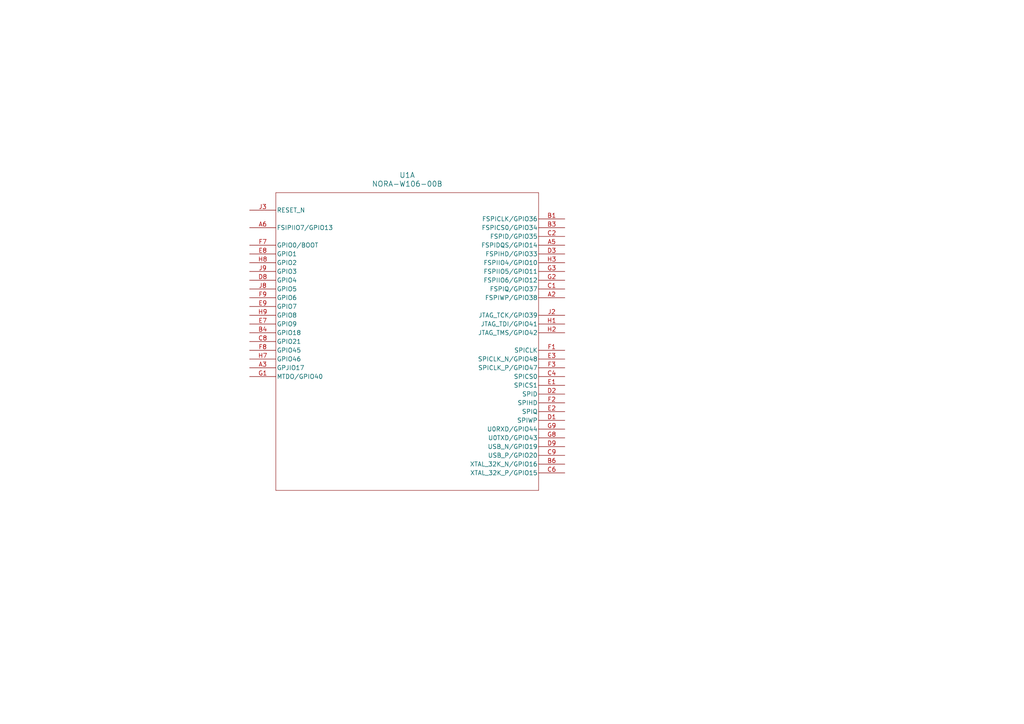
<source format=kicad_sch>
(kicad_sch (version 20231120) (generator "eeschema") (generator_version "8.0")
  (paper "A4")
  (title_block (title "Arduino Calculator") (date "2024-04-20"))
  (lib_symbols
    (symbol "2024-04-20_20-58-12:NORA-W106-00B" (pin_names (offset 0.254))
      (property "Reference" "U" (at 45.72 10.16 0))
      (property "Value" "NORA-W106-00B" (at 45.72 7.62 0))
      (symbol "NORA-W106-00B_1_1"
        (polyline (pts (xy 7.62 -81.28) (xy 83.82 -81.28)) (stroke (width 0.127)))
        (polyline (pts (xy 7.62 5.08) (xy 7.62 -81.28)) (stroke (width 0.127)))
        (polyline (pts (xy 83.82 -81.28) (xy 83.82 5.08)) (stroke (width 0.127)))
        (polyline (pts (xy 83.82 5.08) (xy 7.62 5.08)) (stroke (width 0.127)))
        (pin bidirectional line (at 91.44 -25.4 180) (length 7.62) (name "FSPIWP/GPIO38") (number "A2"))
        (pin bidirectional line (at 0 -45.72 0) (length 7.62) (name "GPJIO17") (number "A3"))
        (pin bidirectional line (at 91.44 -10.16 180) (length 7.62) (name "FSPIDQS/GPIO14") (number "A5"))
        (pin bidirectional line (at 0 -5.08 0) (length 7.62) (name "FSIPIIO7/GPIO13") (number "A6"))
        (pin bidirectional line (at 91.44 -2.54 180) (length 7.62) (name "FSPICLK/GPIO36") (number "B1"))
        (pin bidirectional line (at 91.44 -5.08 180) (length 7.62) (name "FSPICS0/GPIO34") (number "B3"))
        (pin bidirectional line (at 0 -35.56 0) (length 7.62) (name "GPIO18") (number "B4"))
        (pin bidirectional line (at 91.44 -73.66 180) (length 7.62) (name "XTAL_32K_N/GPIO16") (number "B6"))
        (pin bidirectional line (at 91.44 -22.86 180) (length 7.62) (name "FSPIQ/GPIO37") (number "C1"))
        (pin bidirectional line (at 91.44 -7.62 180) (length 7.62) (name "FSPID/GPIO35") (number "C2"))
        (pin bidirectional line (at 91.44 -48.26 180) (length 7.62) (name "SPICS0") (number "C4"))
        (pin bidirectional line (at 91.44 -76.2 180) (length 7.62) (name "XTAL_32K_P/GPIO15") (number "C6"))
        (pin bidirectional line (at 0 -38.1 0) (length 7.62) (name "GPIO21") (number "C8"))
        (pin bidirectional line (at 91.44 -71.12 180) (length 7.62) (name "USB_P/GPIO20") (number "C9"))
        (pin bidirectional line (at 91.44 -60.96 180) (length 7.62) (name "SPIWP") (number "D1"))
        (pin bidirectional line (at 91.44 -53.34 180) (length 7.62) (name "SPID") (number "D2"))
        (pin bidirectional line (at 91.44 -12.7 180) (length 7.62) (name "FSPIHD/GPIO33") (number "D3"))
        (pin bidirectional line (at 0 -20.32 0) (length 7.62) (name "GPIO4") (number "D8"))
        (pin bidirectional line (at 91.44 -68.58 180) (length 7.62) (name "USB_N/GPIO19") (number "D9"))
        (pin bidirectional line (at 91.44 -50.8 180) (length 7.62) (name "SPICS1") (number "E1"))
        (pin bidirectional line (at 91.44 -58.42 180) (length 7.62) (name "SPIQ") (number "E2"))
        (pin bidirectional line (at 91.44 -43.18 180) (length 7.62) (name "SPICLK_N/GPIO48") (number "E3"))
        (pin bidirectional line (at 0 -33.02 0) (length 7.62) (name "GPIO9") (number "E7"))
        (pin bidirectional line (at 0 -12.7 0) (length 7.62) (name "GPIO1") (number "E8"))
        (pin bidirectional line (at 0 -27.94 0) (length 7.62) (name "GPIO7") (number "E9"))
        (pin bidirectional line (at 91.44 -40.64 180) (length 7.62) (name "SPICLK") (number "F1"))
        (pin bidirectional line (at 91.44 -55.88 180) (length 7.62) (name "SPIHD") (number "F2"))
        (pin bidirectional line (at 91.44 -45.72 180) (length 7.62) (name "SPICLK_P/GPIO47") (number "F3"))
        (pin bidirectional line (at 0 -10.16 0) (length 7.62) (name "GPIO0/BOOT") (number "F7"))
        (pin bidirectional line (at 0 -40.64 0) (length 7.62) (name "GPIO45") (number "F8"))
        (pin bidirectional line (at 0 -25.4 0) (length 7.62) (name "GPIO6") (number "F9"))
        (pin bidirectional line (at 0 -48.26 0) (length 7.62) (name "MTDO/GPIO40") (number "G1"))
        (pin bidirectional line (at 91.44 -20.32 180) (length 7.62) (name "FSPIIO6/GPIO12") (number "G2"))
        (pin bidirectional line (at 91.44 -17.78 180) (length 7.62) (name "FSPIIO5/GPIO11") (number "G3"))
        (pin bidirectional line (at 91.44 -66.04 180) (length 7.62) (name "U0TXD/GPIO43") (number "G8"))
        (pin bidirectional line (at 91.44 -63.5 180) (length 7.62) (name "U0RXD/GPIO44") (number "G9"))
        (pin bidirectional line (at 91.44 -33.02 180) (length 7.62) (name "JTAG_TDI/GPIO41") (number "H1"))
        (pin bidirectional line (at 91.44 -35.56 180) (length 7.62) (name "JTAG_TMS/GPIO42") (number "H2"))
        (pin bidirectional line (at 91.44 -15.24 180) (length 7.62) (name "FSPIIO4/GPIO10") (number "H3"))
        (pin bidirectional line (at 0 -43.18 0) (length 7.62) (name "GPIO46") (number "H7"))
        (pin bidirectional line (at 0 -15.24 0) (length 7.62) (name "GPIO2") (number "H8"))
        (pin bidirectional line (at 0 -30.48 0) (length 7.62) (name "GPIO8") (number "H9"))
        (pin bidirectional line (at 91.44 -30.48 180) (length 7.62) (name "JTAG_TCK/GPIO39") (number "J2"))
        (pin input line (at 0 0 0) (length 7.62) (name "RESET_N") (number "J3"))
        (pin bidirectional line (at 0 -22.86 0) (length 7.62) (name "GPIO5") (number "J8"))
        (pin bidirectional line (at 0 -17.78 0) (length 7.62) (name "GPIO3") (number "J9"))
      )
      (symbol "NORA-W106-00B_2_1"
        (polyline (pts (xy 7.62 -101.6) (xy 33.02 -101.6)) (stroke (width 0.127)))
        (polyline (pts (xy 7.62 5.08) (xy 7.62 -101.6)) (stroke (width 0.127)))
        (polyline (pts (xy 33.02 -101.6) (xy 33.02 5.08)) (stroke (width 0.127)))
        (polyline (pts (xy 33.02 5.08) (xy 7.62 5.08)) (stroke (width 0.127)))
        (pin power_out line (at 0 -50.8 0) (length 7.62) (name "GND") (number "A1"))
        (pin no_connect line (at 0 0 0) (length 7.62) (name "NC") (number "A4"))
        (pin power_in line (at 0 -38.1 0) (length 7.62) (name "VCCIO") (number "A7"))
        (pin power_in line (at 0 -35.56 0) (length 7.62) (name "VCC") (number "A8"))
        (pin power_out line (at 0 -53.34 0) (length 7.62) (name "GND") (number "A9"))
        (pin power_out line (at 0 -55.88 0) (length 7.62) (name "GND") (number "B2"))
        (pin no_connect line (at 0 -2.54 0) (length 7.62) (name "NC") (number "B5"))
        (pin power_in line (at 0 -40.64 0) (length 7.62) (name "VCCIO") (number "B7"))
        (pin power_out line (at 0 -58.42 0) (length 7.62) (name "GND") (number "B8"))
        (pin no_connect line (at 0 -5.08 0) (length 7.62) (name "NC") (number "B9"))
        (pin no_connect line (at 0 -7.62 0) (length 7.62) (name "NC") (number "C5"))
        (pin no_connect line (at 0 -10.16 0) (length 7.62) (name "NC") (number "D7"))
        (pin power_out line (at 0 -60.96 0) (length 7.62) (name "GND") (number "E4"))
        (pin power_out line (at 0 -63.5 0) (length 7.62) (name "GND") (number "E5"))
        (pin power_out line (at 0 -66.04 0) (length 7.62) (name "GND") (number "F4"))
        (pin power_out line (at 0 -68.58 0) (length 7.62) (name "GND") (number "F5"))
        (pin no_connect line (at 0 -12.7 0) (length 7.62) (name "NC") (number "G4"))
        (pin no_connect line (at 0 -15.24 0) (length 7.62) (name "NC") (number "G5"))
        (pin no_connect line (at 0 -17.78 0) (length 7.62) (name "NC") (number "G7"))
        (pin power_in line (at 0 -45.72 0) (length 7.62) (name "VDD_SPI") (number "J1"))
        (pin no_connect line (at 0 -20.32 0) (length 7.62) (name "NC") (number "J4"))
        (pin no_connect line (at 0 -22.86 0) (length 7.62) (name "NC") (number "J5"))
        (pin no_connect line (at 0 -25.4 0) (length 7.62) (name "NC") (number "J7"))
        (pin no_connect line (at 0 -27.94 0) (length 7.62) (name "NC") (number "K1"))
        (pin power_out line (at 0 -71.12 0) (length 7.62) (name "GND") (number "K2"))
        (pin power_out line (at 0 -73.66 0) (length 7.62) (name "GND") (number "K3"))
        (pin power_out line (at 0 -76.2 0) (length 7.62) (name "GND") (number "K5"))
        (pin power_out line (at 0 -78.74 0) (length 7.62) (name "GND") (number "K7"))
        (pin power_out line (at 0 -81.28 0) (length 7.62) (name "GND") (number "K8"))
        (pin no_connect line (at 0 -30.48 0) (length 7.62) (name "NC") (number "K9"))
        (pin power_out line (at 0 -83.82 0) (length 7.62) (name "GND") (number "L1"))
        (pin power_out line (at 0 -86.36 0) (length 7.62) (name "GND") (number "L9"))
        (pin power_out line (at 0 -88.9 0) (length 7.62) (name "GND") (number "M1"))
        (pin power_out line (at 0 -91.44 0) (length 7.62) (name "GND") (number "M2"))
        (pin power_out line (at 0 -93.98 0) (length 7.62) (name "GND") (number "M8"))
        (pin power_out line (at 0 -96.52 0) (length 7.62) (name "GND") (number "M9"))
      )
    )
  )
  (symbol (lib_id "2024-04-20_20-58-12:NORA-W106-00B") (at 72.39 60.96 0) (unit 1)
    (property "Reference" "U1" (at 118.11 50.8 0) (effects (font (size 1.524 1.524))))
    (property "Value" "NORA-W106-00B" (at 118.11 53.34 0) (effects (font (size 1.524 1.524))))
    (property "Footprint" "NORA-W10_UBL" (effects (hide yes)))
    (property "Datasheet" "NORA-W106-00B" (effects (hide yes)))
  )
)
</source>
